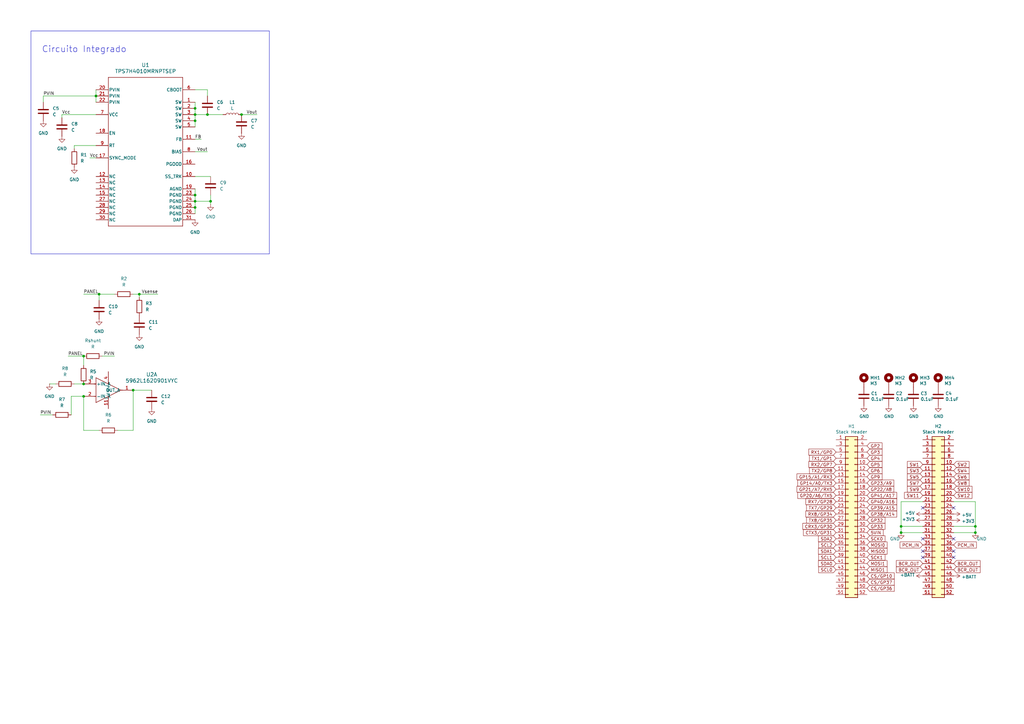
<source format=kicad_sch>
(kicad_sch (version 20250114) (generator "eeschema") (generator_version "9.0")
  (paper "A3")
  (lib_symbols
    (symbol "5962L1620901VYC:5962L1620901VYC" (pin_names (offset 0.254))
      (property "Reference" "U" (at 0 2.54 0))
      (property "Value" "5962L1620901VYC" (at 0 0 0))
      (symbol "5962L1620901VYC_1_1"
        (polyline (pts (xy 5.08 2.54) (xy 15.24 -2.54)) (stroke (width 0.2032)))
        (polyline (pts (xy 5.08 0) (xy 4.318 0)) (stroke (width 0.2032)))
        (polyline (pts (xy 5.08 -5.08) (xy 4.318 -5.08)) (stroke (width 0.2032)))
        (polyline (pts (xy 5.08 -7.62) (xy 5.08 2.54)) (stroke (width 0.2032)))
        (polyline (pts (xy 5.08 -7.62) (xy 15.24 -2.54)) (stroke (width 0.2032)))
        (polyline (pts (xy 10.16 0) (xy 10.16 0.762)) (stroke (width 0.2032)))
        (polyline (pts (xy 10.16 -5.08) (xy 10.16 -5.842)) (stroke (width 0.2032)))
        (polyline (pts (xy 15.24 -2.54) (xy 16.002 -2.54)) (stroke (width 0.2032)))
        (pin tri_state line (at 0 0 0) (length 5.08) (name "+IN_A") (number "3"))
        (pin tri_state line (at 0 -5.08 0) (length 5.08) (name "-IN_A") (number "2"))
        (pin power_in line (at 10.16 5.08 270) (length 5.08) (name "V+") (number "4"))
        (pin power_in line (at 10.16 -10.16 90) (length 5.08) (name "V-") (number "11"))
        (pin unspecified line (at 20.32 -2.54 180) (length 5.08) (name "OUT_A") (number "1"))
      )
      (symbol "5962L1620901VYC_2_1"
        (polyline (pts (xy 5.08 2.54) (xy 12.7 -2.54)) (stroke (width 0.2032)))
        (polyline (pts (xy 5.08 0) (xy 4.318 0)) (stroke (width 0.2032)))
        (polyline (pts (xy 5.08 -5.08) (xy 4.318 -5.08)) (stroke (width 0.2032)))
        (polyline (pts (xy 5.08 -7.62) (xy 5.08 2.54)) (stroke (width 0.2032)))
        (polyline (pts (xy 5.08 -7.62) (xy 12.7 -2.54)) (stroke (width 0.2032)))
        (polyline (pts (xy 12.7 -2.54) (xy 13.462 -2.54)) (stroke (width 0.2032)))
        (pin tri_state line (at 0 0 0) (length 5.08) (name "+IN_B") (number "5"))
        (pin tri_state line (at 0 -5.08 0) (length 5.08) (name "-IN_B") (number "6"))
        (pin unspecified line (at 17.78 -2.54 180) (length 5.08) (name "OUT_B") (number "7"))
      )
      (symbol "5962L1620901VYC_3_1"
        (polyline (pts (xy 5.08 2.54) (xy 12.7 -2.54)) (stroke (width 0.2032)))
        (polyline (pts (xy 5.08 0) (xy 4.318 0)) (stroke (width 0.2032)))
        (polyline (pts (xy 5.08 -5.08) (xy 4.318 -5.08)) (stroke (width 0.2032)))
        (polyline (pts (xy 5.08 -7.62) (xy 5.08 2.54)) (stroke (width 0.2032)))
        (polyline (pts (xy 5.08 -7.62) (xy 12.7 -2.54)) (stroke (width 0.2032)))
        (polyline (pts (xy 12.7 -2.54) (xy 13.462 -2.54)) (stroke (width 0.2032)))
        (pin tri_state line (at 0 0 0) (length 5.08) (name "+IN_C") (number "10"))
        (pin tri_state line (at 0 -5.08 0) (length 5.08) (name "-IN_C") (number "9"))
        (pin unspecified line (at 17.78 -2.54 180) (length 5.08) (name "OUT_C") (number "8"))
      )
      (symbol "5962L1620901VYC_4_1"
        (polyline (pts (xy 5.08 2.54) (xy 12.7 -2.54)) (stroke (width 0.2032)))
        (polyline (pts (xy 5.08 0) (xy 4.318 0)) (stroke (width 0.2032)))
        (polyline (pts (xy 5.08 -5.08) (xy 4.318 -5.08)) (stroke (width 0.2032)))
        (polyline (pts (xy 5.08 -7.62) (xy 5.08 2.54)) (stroke (width 0.2032)))
        (polyline (pts (xy 5.08 -7.62) (xy 12.7 -2.54)) (stroke (width 0.2032)))
        (polyline (pts (xy 12.7 -2.54) (xy 13.462 -2.54)) (stroke (width 0.2032)))
        (pin tri_state line (at 0 0 0) (length 5.08) (name "+IN_D") (number "12"))
        (pin tri_state line (at 0 -5.08 0) (length 5.08) (name "-IN_D") (number "13"))
        (pin unspecified line (at 17.78 -2.54 180) (length 5.08) (name "OUT_D") (number "14"))
      )
    )
    (symbol "Connector_Generic:Conn_02x26_Odd_Even" (pin_names (offset 1.016) (hide yes))
      (property "Reference" "J" (at 1.27 33.02 0))
      (property "Value" "Conn_02x26_Odd_Even" (at 1.27 -35.56 0))
      (symbol "Conn_02x26_Odd_Even_1_1"
        (rectangle (start -1.27 31.75) (end 3.81 -34.29) (stroke (width 0.254)) (fill (type background)))
        (rectangle (start -1.27 30.607) (end 0 30.353) (stroke (width 0.1524)))
        (rectangle (start -1.27 28.067) (end 0 27.813) (stroke (width 0.1524)))
        (rectangle (start -1.27 25.527) (end 0 25.273) (stroke (width 0.1524)))
        (rectangle (start -1.27 22.987) (end 0 22.733) (stroke (width 0.1524)))
        (rectangle (start -1.27 20.447) (end 0 20.193) (stroke (width 0.1524)))
        (rectangle (start -1.27 17.907) (end 0 17.653) (stroke (width 0.1524)))
        (rectangle (start -1.27 15.367) (end 0 15.113) (stroke (width 0.1524)))
        (rectangle (start -1.27 12.827) (end 0 12.573) (stroke (width 0.1524)))
        (rectangle (start -1.27 10.287) (end 0 10.033) (stroke (width 0.1524)))
        (rectangle (start -1.27 7.747) (end 0 7.493) (stroke (width 0.1524)))
        (rectangle (start -1.27 5.207) (end 0 4.953) (stroke (width 0.1524)))
        (rectangle (start -1.27 2.667) (end 0 2.413) (stroke (width 0.1524)))
        (rectangle (start -1.27 0.127) (end 0 -0.127) (stroke (width 0.1524)))
        (rectangle (start -1.27 -2.413) (end 0 -2.667) (stroke (width 0.1524)))
        (rectangle (start -1.27 -4.953) (end 0 -5.207) (stroke (width 0.1524)))
        (rectangle (start -1.27 -7.493) (end 0 -7.747) (stroke (width 0.1524)))
        (rectangle (start -1.27 -10.033) (end 0 -10.287) (stroke (width 0.1524)))
        (rectangle (start -1.27 -12.573) (end 0 -12.827) (stroke (width 0.1524)))
        (rectangle (start -1.27 -15.113) (end 0 -15.367) (stroke (width 0.1524)))
        (rectangle (start -1.27 -17.653) (end 0 -17.907) (stroke (width 0.1524)))
        (rectangle (start -1.27 -20.193) (end 0 -20.447) (stroke (width 0.1524)))
        (rectangle (start -1.27 -22.733) (end 0 -22.987) (stroke (width 0.1524)))
        (rectangle (start -1.27 -25.273) (end 0 -25.527) (stroke (width 0.1524)))
        (rectangle (start -1.27 -27.813) (end 0 -28.067) (stroke (width 0.1524)))
        (rectangle (start -1.27 -30.353) (end 0 -30.607) (stroke (width 0.1524)))
        (rectangle (start -1.27 -32.893) (end 0 -33.147) (stroke (width 0.1524)))
        (rectangle (start 3.81 30.607) (end 2.54 30.353) (stroke (width 0.1524)))
        (rectangle (start 3.81 28.067) (end 2.54 27.813) (stroke (width 0.1524)))
        (rectangle (start 3.81 25.527) (end 2.54 25.273) (stroke (width 0.1524)))
        (rectangle (start 3.81 22.987) (end 2.54 22.733) (stroke (width 0.1524)))
        (rectangle (start 3.81 20.447) (end 2.54 20.193) (stroke (width 0.1524)))
        (rectangle (start 3.81 17.907) (end 2.54 17.653) (stroke (width 0.1524)))
        (rectangle (start 3.81 15.367) (end 2.54 15.113) (stroke (width 0.1524)))
        (rectangle (start 3.81 12.827) (end 2.54 12.573) (stroke (width 0.1524)))
        (rectangle (start 3.81 10.287) (end 2.54 10.033) (stroke (width 0.1524)))
        (rectangle (start 3.81 7.747) (end 2.54 7.493) (stroke (width 0.1524)))
        (rectangle (start 3.81 5.207) (end 2.54 4.953) (stroke (width 0.1524)))
        (rectangle (start 3.81 2.667) (end 2.54 2.413) (stroke (width 0.1524)))
        (rectangle (start 3.81 0.127) (end 2.54 -0.127) (stroke (width 0.1524)))
        (rectangle (start 3.81 -2.413) (end 2.54 -2.667) (stroke (width 0.1524)))
        (rectangle (start 3.81 -4.953) (end 2.54 -5.207) (stroke (width 0.1524)))
        (rectangle (start 3.81 -7.493) (end 2.54 -7.747) (stroke (width 0.1524)))
        (rectangle (start 3.81 -10.033) (end 2.54 -10.287) (stroke (width 0.1524)))
        (rectangle (start 3.81 -12.573) (end 2.54 -12.827) (stroke (width 0.1524)))
        (rectangle (start 3.81 -15.113) (end 2.54 -15.367) (stroke (width 0.1524)))
        (rectangle (start 3.81 -17.653) (end 2.54 -17.907) (stroke (width 0.1524)))
        (rectangle (start 3.81 -20.193) (end 2.54 -20.447) (stroke (width 0.1524)))
        (rectangle (start 3.81 -22.733) (end 2.54 -22.987) (stroke (width 0.1524)))
        (rectangle (start 3.81 -25.273) (end 2.54 -25.527) (stroke (width 0.1524)))
        (rectangle (start 3.81 -27.813) (end 2.54 -28.067) (stroke (width 0.1524)))
        (rectangle (start 3.81 -30.353) (end 2.54 -30.607) (stroke (width 0.1524)))
        (rectangle (start 3.81 -32.893) (end 2.54 -33.147) (stroke (width 0.1524)))
        (pin passive line (at -5.08 30.48 0) (length 3.81) (name "Pin_1") (number "1"))
        (pin passive line (at -5.08 27.94 0) (length 3.81) (name "Pin_3") (number "3"))
        (pin passive line (at -5.08 25.4 0) (length 3.81) (name "Pin_5") (number "5"))
        (pin passive line (at -5.08 22.86 0) (length 3.81) (name "Pin_7") (number "7"))
        (pin passive line (at -5.08 20.32 0) (length 3.81) (name "Pin_9") (number "9"))
        (pin passive line (at -5.08 17.78 0) (length 3.81) (name "Pin_11") (number "11"))
        (pin passive line (at -5.08 15.24 0) (length 3.81) (name "Pin_13") (number "13"))
        (pin passive line (at -5.08 12.7 0) (length 3.81) (name "Pin_15") (number "15"))
        (pin passive line (at -5.08 10.16 0) (length 3.81) (name "Pin_17") (number "17"))
        (pin passive line (at -5.08 7.62 0) (length 3.81) (name "Pin_19") (number "19"))
        (pin passive line (at -5.08 5.08 0) (length 3.81) (name "Pin_21") (number "21"))
        (pin passive line (at -5.08 2.54 0) (length 3.81) (name "Pin_23") (number "23"))
        (pin passive line (at -5.08 0 0) (length 3.81) (name "Pin_25") (number "25"))
        (pin passive line (at -5.08 -2.54 0) (length 3.81) (name "Pin_27") (number "27"))
        (pin passive line (at -5.08 -5.08 0) (length 3.81) (name "Pin_29") (number "29"))
        (pin passive line (at -5.08 -7.62 0) (length 3.81) (name "Pin_31") (number "31"))
        (pin passive line (at -5.08 -10.16 0) (length 3.81) (name "Pin_33") (number "33"))
        (pin passive line (at -5.08 -12.7 0) (length 3.81) (name "Pin_35") (number "35"))
        (pin passive line (at -5.08 -15.24 0) (length 3.81) (name "Pin_37") (number "37"))
        (pin passive line (at -5.08 -17.78 0) (length 3.81) (name "Pin_39") (number "39"))
        (pin passive line (at -5.08 -20.32 0) (length 3.81) (name "Pin_41") (number "41"))
        (pin passive line (at -5.08 -22.86 0) (length 3.81) (name "Pin_43") (number "43"))
        (pin passive line (at -5.08 -25.4 0) (length 3.81) (name "Pin_45") (number "45"))
        (pin passive line (at -5.08 -27.94 0) (length 3.81) (name "Pin_47") (number "47"))
        (pin passive line (at -5.08 -30.48 0) (length 3.81) (name "Pin_49") (number "49"))
        (pin passive line (at -5.08 -33.02 0) (length 3.81) (name "Pin_51") (number "51"))
        (pin passive line (at 7.62 30.48 180) (length 3.81) (name "Pin_2") (number "2"))
        (pin passive line (at 7.62 27.94 180) (length 3.81) (name "Pin_4") (number "4"))
        (pin passive line (at 7.62 25.4 180) (length 3.81) (name "Pin_6") (number "6"))
        (pin passive line (at 7.62 22.86 180) (length 3.81) (name "Pin_8") (number "8"))
        (pin passive line (at 7.62 20.32 180) (length 3.81) (name "Pin_10") (number "10"))
        (pin passive line (at 7.62 17.78 180) (length 3.81) (name "Pin_12") (number "12"))
        (pin passive line (at 7.62 15.24 180) (length 3.81) (name "Pin_14") (number "14"))
        (pin passive line (at 7.62 12.7 180) (length 3.81) (name "Pin_16") (number "16"))
        (pin passive line (at 7.62 10.16 180) (length 3.81) (name "Pin_18") (number "18"))
        (pin passive line (at 7.62 7.62 180) (length 3.81) (name "Pin_20") (number "20"))
        (pin passive line (at 7.62 5.08 180) (length 3.81) (name "Pin_22") (number "22"))
        (pin passive line (at 7.62 2.54 180) (length 3.81) (name "Pin_24") (number "24"))
        (pin passive line (at 7.62 0 180) (length 3.81) (name "Pin_26") (number "26"))
        (pin passive line (at 7.62 -2.54 180) (length 3.81) (name "Pin_28") (number "28"))
        (pin passive line (at 7.62 -5.08 180) (length 3.81) (name "Pin_30") (number "30"))
        (pin passive line (at 7.62 -7.62 180) (length 3.81) (name "Pin_32") (number "32"))
        (pin passive line (at 7.62 -10.16 180) (length 3.81) (name "Pin_34") (number "34"))
        (pin passive line (at 7.62 -12.7 180) (length 3.81) (name "Pin_36") (number "36"))
        (pin passive line (at 7.62 -15.24 180) (length 3.81) (name "Pin_38") (number "38"))
        (pin passive line (at 7.62 -17.78 180) (length 3.81) (name "Pin_40") (number "40"))
        (pin passive line (at 7.62 -20.32 180) (length 3.81) (name "Pin_42") (number "42"))
        (pin passive line (at 7.62 -22.86 180) (length 3.81) (name "Pin_44") (number "44"))
        (pin passive line (at 7.62 -25.4 180) (length 3.81) (name "Pin_46") (number "46"))
        (pin passive line (at 7.62 -27.94 180) (length 3.81) (name "Pin_48") (number "48"))
        (pin passive line (at 7.62 -30.48 180) (length 3.81) (name "Pin_50") (number "50"))
        (pin passive line (at 7.62 -33.02 180) (length 3.81) (name "Pin_52") (number "52"))
      )
    )
    (symbol "Device:C" (pin_numbers (hide yes)) (pin_names (offset 0.254))
      (property "Reference" "C" (at 0.635 2.54 0))
      (property "Value" "C" (at 0.635 -2.54 0))
      (symbol "C_0_1"
        (polyline (pts (xy -2.032 0.762) (xy 2.032 0.762)) (stroke (width 0.508)))
        (polyline (pts (xy -2.032 -0.762) (xy 2.032 -0.762)) (stroke (width 0.508)))
      )
      (symbol "C_1_1"
        (pin passive line (at 0 3.81 270) (length 2.794) (name "~") (number "1"))
        (pin passive line (at 0 -3.81 90) (length 2.794) (name "~") (number "2"))
      )
    )
    (symbol "Device:L" (pin_numbers (hide yes)) (pin_names (offset 1.016) (hide yes))
      (property "Reference" "L" (at -1.27 0 90))
      (property "Value" "L" (at 1.905 0 90))
      (symbol "L_0_1"
        (arc (start 0 2.54) (mid 0.6323 1.905) (end 0 1.27))
        (arc (start 0 1.27) (mid 0.6323 0.635) (end 0 0))
        (arc (start 0 0) (mid 0.6323 -0.635) (end 0 -1.27))
        (arc (start 0 -1.27) (mid 0.6323 -1.905) (end 0 -2.54))
      )
      (symbol "L_1_1"
        (pin passive line (at 0 3.81 270) (length 1.27) (name "1") (number "1"))
        (pin passive line (at 0 -3.81 90) (length 1.27) (name "2") (number "2"))
      )
    )
    (symbol "Device:R" (pin_numbers (hide yes)) (pin_names (offset 0))
      (property "Reference" "R" (at 2.032 0 90))
      (property "Value" "R" (at 0 0 90))
      (symbol "R_0_1"
        (rectangle (start -1.016 -2.54) (end 1.016 2.54) (stroke (width 0.254)))
      )
      (symbol "R_1_1"
        (pin passive line (at 0 3.81 270) (length 1.27) (name "~") (number "1"))
        (pin passive line (at 0 -3.81 90) (length 1.27) (name "~") (number "2"))
      )
    )
    (symbol "GND_1" (power) (pin_numbers (hide yes)) (pin_names (offset 0) (hide yes))
      (property "Value" "GND" (at 0 -3.81 0))
      (symbol "GND_1_0_1"
        (polyline (pts (xy 0 0) (xy 0 -1.27) (xy 1.27 -1.27) (xy 0 -2.54) (xy -1.27 -1.27) (xy 0 -1.27)))
      )
      (symbol "GND_1_1_1"
        (pin power_in line (at 0 0 270) (length 0) (name "~") (number "1"))
      )
    )
    (symbol "GND_2" (power) (pin_numbers (hide yes)) (pin_names (offset 0) (hide yes))
      (property "Value" "GND" (at 0 -3.81 0))
      (symbol "GND_2_0_1"
        (polyline (pts (xy 0 0) (xy 0 -1.27) (xy 1.27 -1.27) (xy 0 -2.54) (xy -1.27 -1.27) (xy 0 -1.27)))
      )
      (symbol "GND_2_1_1"
        (pin power_in line (at 0 0 270) (length 0) (name "~") (number "1"))
      )
    )
    (symbol "GND_3" (power) (pin_numbers (hide yes)) (pin_names (offset 0) (hide yes))
      (property "Value" "GND" (at 0 -3.81 0))
      (symbol "GND_3_0_1"
        (polyline (pts (xy 0 0) (xy 0 -1.27) (xy 1.27 -1.27) (xy 0 -2.54) (xy -1.27 -1.27) (xy 0 -1.27)))
      )
      (symbol "GND_3_1_1"
        (pin power_in line (at 0 0 270) (length 0) (name "~") (number "1"))
      )
    )
    (symbol "GND_4" (power) (pin_numbers (hide yes)) (pin_names (offset 0) (hide yes))
      (property "Value" "GND" (at 0 -3.81 0))
      (symbol "GND_4_0_1"
        (polyline (pts (xy 0 0) (xy 0 -1.27) (xy 1.27 -1.27) (xy 0 -2.54) (xy -1.27 -1.27) (xy 0 -1.27)))
      )
      (symbol "GND_4_1_1"
        (pin power_in line (at 0 0 270) (length 0) (name "~") (number "1"))
      )
    )
    (symbol "GND_5" (power) (pin_numbers (hide yes)) (pin_names (offset 0) (hide yes))
      (property "Value" "GND" (at 0 -3.81 0))
      (symbol "GND_5_0_1"
        (polyline (pts (xy 0 0) (xy 0 -1.27) (xy 1.27 -1.27) (xy 0 -2.54) (xy -1.27 -1.27) (xy 0 -1.27)))
      )
      (symbol "GND_5_1_1"
        (pin power_in line (at 0 0 270) (length 0) (name "~") (number "1"))
      )
    )
    (symbol "GND_6" (power) (pin_numbers (hide yes)) (pin_names (offset 0) (hide yes))
      (property "Value" "GND" (at 0 -3.81 0))
      (symbol "GND_6_0_1"
        (polyline (pts (xy 0 0) (xy 0 -1.27) (xy 1.27 -1.27) (xy 0 -2.54) (xy -1.27 -1.27) (xy 0 -1.27)))
      )
      (symbol "GND_6_1_1"
        (pin power_in line (at 0 0 270) (length 0) (name "~") (number "1"))
      )
    )
    (symbol "GND_7" (power) (pin_numbers (hide yes)) (pin_names (offset 0) (hide yes))
      (property "Value" "GND" (at 0 -3.81 0))
      (symbol "GND_7_0_1"
        (polyline (pts (xy 0 0) (xy 0 -1.27) (xy 1.27 -1.27) (xy 0 -2.54) (xy -1.27 -1.27) (xy 0 -1.27)))
      )
      (symbol "GND_7_1_1"
        (pin power_in line (at 0 0 270) (length 0) (name "~") (number "1"))
      )
    )
    (symbol "GND_8" (power) (pin_numbers (hide yes)) (pin_names (offset 0) (hide yes))
      (property "Value" "GND" (at 0 -3.81 0))
      (symbol "GND_8_0_1"
        (polyline (pts (xy 0 0) (xy 0 -1.27) (xy 1.27 -1.27) (xy 0 -2.54) (xy -1.27 -1.27) (xy 0 -1.27)))
      )
      (symbol "GND_8_1_1"
        (pin power_in line (at 0 0 270) (length 0) (name "~") (number "1"))
      )
    )
    (symbol "GND_9" (power) (pin_numbers (hide yes)) (pin_names (offset 0) (hide yes))
      (property "Value" "GND" (at 0 -3.81 0))
      (symbol "GND_9_0_1"
        (polyline (pts (xy 0 0) (xy 0 -1.27) (xy 1.27 -1.27) (xy 0 -2.54) (xy -1.27 -1.27) (xy 0 -1.27)))
      )
      (symbol "GND_9_1_1"
        (pin power_in line (at 0 0 270) (length 0) (name "~") (number "1"))
      )
    )
    (symbol "Mechanical:MountingHole_Pad" (pin_numbers (hide yes)) (pin_names (offset 1.016) (hide yes))
      (property "Reference" "H" (at 0 6.35 0))
      (property "Value" "MountingHole_Pad" (at 0 4.445 0))
      (symbol "MountingHole_Pad_0_1"
        (circle (center 0 1.27) (radius 1.27) (stroke (width 1.27)))
      )
      (symbol "MountingHole_Pad_1_1"
        (pin input line (at 0 -2.54 90) (length 2.54) (name "1") (number "1"))
      )
    )
    (symbol "TPS7H4010MRNPTSEP:TPS7H4010MRNPTSEP" (pin_names (offset 0.254))
      (property "Reference" "U" (at 0 2.54 0))
      (property "Value" "TPS7H4010MRNPTSEP" (at 0 0 0))
      (symbol "TPS7H4010MRNPTSEP_0_1"
        (polyline (pts (xy 5.08 5.08) (xy 5.08 -55.88)) (stroke (width 0.2032)))
        (polyline (pts (xy 5.08 -55.88) (xy 35.56 -55.88)) (stroke (width 0.2032)))
        (polyline (pts (xy 35.56 5.08) (xy 5.08 5.08)) (stroke (width 0.2032)))
        (polyline (pts (xy 35.56 -55.88) (xy 35.56 5.08)) (stroke (width 0.2032)))
        (pin power_in line (at 0 0 0) (length 5.08) (name "PVIN") (number "20"))
        (pin power_in line (at 0 -2.54 0) (length 5.08) (name "PVIN") (number "21"))
        (pin power_in line (at 0 -5.08 0) (length 5.08) (name "PVIN") (number "22"))
        (pin power_in line (at 0 -10.16 0) (length 5.08) (name "VCC") (number "7"))
        (pin input line (at 0 -17.78 0) (length 5.08) (name "EN") (number "18"))
        (pin unspecified line (at 0 -22.86 0) (length 5.08) (name "RT") (number "9"))
        (pin input line (at 0 -27.94 0) (length 5.08) (name "SYNC_MODE") (number "17"))
        (pin unspecified line (at 0 -35.56 0) (length 5.08) (name "NC") (number "12"))
        (pin unspecified line (at 0 -38.1 0) (length 5.08) (name "NC") (number "13"))
        (pin unspecified line (at 0 -40.64 0) (length 5.08) (name "NC") (number "14"))
        (pin unspecified line (at 0 -43.18 0) (length 5.08) (name "NC") (number "15"))
        (pin unspecified line (at 0 -45.72 0) (length 5.08) (name "NC") (number "27"))
        (pin unspecified line (at 0 -48.26 0) (length 5.08) (name "NC") (number "28"))
        (pin unspecified line (at 0 -50.8 0) (length 5.08) (name "NC") (number "29"))
        (pin unspecified line (at 0 -53.34 0) (length 5.08) (name "NC") (number "30"))
        (pin unspecified line (at 40.64 0 180) (length 5.08) (name "CBOOT") (number "6"))
        (pin unspecified line (at 40.64 -5.08 180) (length 5.08) (name "SW") (number "1"))
        (pin unspecified line (at 40.64 -7.62 180) (length 5.08) (name "SW") (number "2"))
        (pin unspecified line (at 40.64 -10.16 180) (length 5.08) (name "SW") (number "3"))
        (pin unspecified line (at 40.64 -12.7 180) (length 5.08) (name "SW") (number "4"))
        (pin unspecified line (at 40.64 -15.24 180) (length 5.08) (name "SW") (number "5"))
        (pin input line (at 40.64 -20.32 180) (length 5.08) (name "FB") (number "11"))
        (pin power_in line (at 40.64 -25.4 180) (length 5.08) (name "BIAS") (number "8"))
        (pin output line (at 40.64 -30.48 180) (length 5.08) (name "PGOOD") (number "16"))
        (pin unspecified line (at 40.64 -35.56 180) (length 5.08) (name "SS_TRK") (number "10"))
        (pin power_in line (at 40.64 -40.64 180) (length 5.08) (name "AGND") (number "19"))
        (pin power_in line (at 40.64 -43.18 180) (length 5.08) (name "PGND") (number "23"))
        (pin power_in line (at 40.64 -45.72 180) (length 5.08) (name "PGND") (number "24"))
        (pin power_in line (at 40.64 -48.26 180) (length 5.08) (name "PGND") (number "25"))
        (pin power_in line (at 40.64 -50.8 180) (length 5.08) (name "PGND") (number "26"))
        (pin power_in line (at 40.64 -53.34 180) (length 5.08) (name "DAP") (number "31"))
      )
    )
    (symbol "power:+3V3" (power) (pin_names (offset 0))
      (property "Value" "+3V3" (at 0 3.556 0))
      (symbol "+3V3_0_1"
        (polyline (pts (xy -0.762 1.27) (xy 0 2.54)))
        (polyline (pts (xy 0 2.54) (xy 0.762 1.27)))
        (polyline (pts (xy 0 0) (xy 0 2.54)))
      )
      (symbol "+3V3_1_1"
        (pin power_in line (at 0 0 90) (length 0) (hide yes) (name "+3V3") (number "1"))
      )
    )
    (symbol "power:+5V" (power) (pin_names (offset 0))
      (property "Value" "+5V" (at 0 3.556 0))
      (symbol "+5V_0_1"
        (polyline (pts (xy -0.762 1.27) (xy 0 2.54)))
        (polyline (pts (xy 0 2.54) (xy 0.762 1.27)))
        (polyline (pts (xy 0 0) (xy 0 2.54)))
      )
      (symbol "+5V_1_1"
        (pin power_in line (at 0 0 90) (length 0) (hide yes) (name "+5V") (number "1"))
      )
    )
    (symbol "power:+BATT" (power) (pin_names (offset 0))
      (property "Value" "+BATT" (at 0 3.556 0))
      (symbol "+BATT_0_1"
        (polyline (pts (xy -0.762 1.27) (xy 0 2.54)))
        (polyline (pts (xy 0 2.54) (xy 0.762 1.27)))
        (polyline (pts (xy 0 0) (xy 0 2.54)))
      )
      (symbol "+BATT_1_1"
        (pin power_in line (at 0 0 90) (length 0) (hide yes) (name "+BATT") (number "1"))
      )
    )
    (symbol "power:GND" (power) (pin_names (offset 0))
      (property "Value" "GND" (at 0 -3.81 0))
      (symbol "GND_0_1"
        (polyline (pts (xy 0 0) (xy 0 -1.27) (xy 1.27 -1.27) (xy 0 -2.54) (xy -1.27 -1.27) (xy 0 -1.27)))
      )
      (symbol "GND_1_1"
        (pin power_in line (at 0 0 270) (length 0) (hide yes) (name "GND") (number "1"))
      )
    )
  )
  (rectangle (start 12.7 12.7) (end 110.49 104.14))
  (text "Circuito Integrado" (at 34.544 20.32 0) (effects (font (size 2.54 2.54))))
  (junction (at 34.29 157.48))
  (junction (at 400.05 218.44))
  (junction (at 54.61 160.02))
  (junction (at 57.15 120.65))
  (junction (at 99.06 46.99))
  (junction (at 80.01 44.45))
  (junction (at 85.09 46.99))
  (junction (at 369.57 215.9))
  (junction (at 80.01 80.01))
  (junction (at 34.29 162.56))
  (junction (at 34.29 146.05))
  (junction (at 80.01 46.99))
  (junction (at 86.36 82.55))
  (junction (at 400.05 215.9))
  (junction (at 369.57 218.44))
  (junction (at 80.01 49.53))
  (junction (at 80.01 85.09))
  (junction (at 39.37 39.37))
  (junction (at 40.64 120.65))
  (junction (at 80.01 82.55))
  (no_connect (at 378.46 226.06))
  (no_connect (at 378.46 220.98))
  (no_connect (at 391.16 220.98))
  (no_connect (at 378.46 208.28))
  (no_connect (at 378.46 228.6))
  (no_connect (at 391.16 226.06))
  (no_connect (at 391.16 228.6))
  (no_connect (at 391.16 208.28))
  (wire (pts (xy 30.48 59.69) (xy 30.48 60.96)))
  (wire (pts (xy 80.01 82.55) (xy 80.01 85.09)))
  (wire (pts (xy 80.01 85.09) (xy 80.01 87.63)))
  (wire (pts (xy 39.37 59.69) (xy 30.48 59.69)))
  (wire (pts (xy 91.44 46.99) (xy 85.09 46.99)))
  (wire (pts (xy 40.64 120.65) (xy 46.99 120.65)))
  (wire (pts (xy 46.99 146.05) (xy 41.91 146.05)))
  (wire (pts (xy 82.55 57.15) (xy 80.01 57.15)))
  (wire (pts (xy 17.78 39.37) (xy 17.78 41.91)))
  (wire (pts (xy 369.57 205.74) (xy 369.57 215.9)))
  (wire (pts (xy 80.01 36.83) (xy 85.09 36.83)))
  (wire (pts (xy 29.21 170.18) (xy 29.21 162.56)))
  (wire (pts (xy 369.57 218.44) (xy 378.46 218.44)))
  (wire (pts (xy 80.01 72.39) (xy 86.36 72.39)))
  (wire (pts (xy 369.57 215.9) (xy 378.46 215.9)))
  (wire (pts (xy 80.01 46.99) (xy 85.09 46.99)))
  (wire (pts (xy 40.64 120.65) (xy 40.64 123.19)))
  (wire (pts (xy 36.83 64.77) (xy 39.37 64.77)))
  (wire (pts (xy 54.61 160.02) (xy 54.61 176.53)))
  (wire (pts (xy 20.32 157.48) (xy 22.86 157.48)))
  (wire (pts (xy 391.16 218.44) (xy 400.05 218.44)))
  (wire (pts (xy 34.29 146.05) (xy 34.29 149.86)))
  (wire (pts (xy 40.64 176.53) (xy 34.29 176.53)))
  (wire (pts (xy 400.05 205.74) (xy 400.05 215.9)))
  (wire (pts (xy 57.15 120.65) (xy 57.15 121.92)))
  (wire (pts (xy 400.05 205.74) (xy 391.16 205.74)))
  (wire (pts (xy 57.15 120.65) (xy 54.61 120.65)))
  (wire (pts (xy 400.05 215.9) (xy 400.05 218.44)))
  (wire (pts (xy 105.41 46.99) (xy 99.06 46.99)))
  (wire (pts (xy 64.77 120.65) (xy 57.15 120.65)))
  (wire (pts (xy 39.37 36.83) (xy 39.37 39.37)))
  (wire (pts (xy 80.01 80.01) (xy 80.01 82.55)))
  (wire (pts (xy 80.01 46.99) (xy 80.01 49.53)))
  (wire (pts (xy 85.09 62.23) (xy 80.01 62.23)))
  (wire (pts (xy 27.94 146.05) (xy 34.29 146.05)))
  (wire (pts (xy 34.29 120.65) (xy 40.64 120.65)))
  (wire (pts (xy 391.16 215.9) (xy 400.05 215.9)))
  (wire (pts (xy 80.01 41.91) (xy 80.01 44.45)))
  (wire (pts (xy 30.48 157.48) (xy 34.29 157.48)))
  (wire (pts (xy 80.01 49.53) (xy 80.01 52.07)))
  (wire (pts (xy 369.57 215.9) (xy 369.57 218.44)))
  (wire (pts (xy 86.36 82.55) (xy 86.36 83.82)))
  (wire (pts (xy 16.51 170.18) (xy 21.59 170.18)))
  (wire (pts (xy 25.4 46.99) (xy 25.4 48.26)))
  (wire (pts (xy 378.46 205.74) (xy 369.57 205.74)))
  (wire (pts (xy 85.09 36.83) (xy 85.09 39.37)))
  (wire (pts (xy 62.23 160.02) (xy 54.61 160.02)))
  (wire (pts (xy 39.37 39.37) (xy 17.78 39.37)))
  (wire (pts (xy 39.37 39.37) (xy 39.37 41.91)))
  (wire (pts (xy 39.37 46.99) (xy 25.4 46.99)))
  (wire (pts (xy 80.01 44.45) (xy 80.01 46.99)))
  (wire (pts (xy 80.01 77.47) (xy 80.01 80.01)))
  (wire (pts (xy 29.21 162.56) (xy 34.29 162.56)))
  (wire (pts (xy 86.36 80.01) (xy 86.36 82.55)))
  (wire (pts (xy 80.01 82.55) (xy 86.36 82.55)))
  (wire (pts (xy 54.61 176.53) (xy 48.26 176.53)))
  (wire (pts (xy 34.29 176.53) (xy 34.29 162.56)))
  (label "Vcc" (at 36.83 64.77 0))
  (label "Vsense" (at 64.77 120.65 180))
  (label "PANEL" (at 27.94 146.05 0))
  (label "Vout" (at 85.09 62.23 180))
  (label "Vcc" (at 25.4 46.99 0))
  (label "PANEL" (at 34.29 120.65 0))
  (label "Vout" (at 105.41 46.99 180))
  (label "PVIN" (at 46.99 146.05 180))
  (label "FB" (at 82.55 57.15 180))
  (label "PVIN" (at 16.51 170.18 0))
  (label "PVIN" (at 17.78 39.37 0))
  (global_label "GP4" (shape input) (at 355.6 187.96 0) (property "Intersheetrefs" "${INTERSHEET_REFS}" (effects (hide yes))))
  (global_label "TX8{slash}GP35" (shape input) (at 342.9 213.36 180) (property "Intersheetrefs" "${INTERSHEET_REFS}" (effects (hide yes))))
  (global_label "CRX3{slash}GP30" (shape input) (at 342.9 215.9 180) (property "Intersheetrefs" "${INTERSHEET_REFS}" (effects (hide yes))))
  (global_label "SW3" (shape input) (at 378.46 193.04 180) (property "Intersheetrefs" "${INTERSHEET_REFS}" (effects (hide yes))))
  (global_label "SCK1" (shape input) (at 355.6 228.6 0) (property "Intersheetrefs" "${INTERSHEET_REFS}" (effects (hide yes))))
  (global_label "RX8{slash}GP34" (shape input) (at 342.9 210.82 180) (property "Intersheetrefs" "${INTERSHEET_REFS}" (effects (hide yes))))
  (global_label "TX1{slash}GP1" (shape input) (at 342.9 187.96 180) (property "Intersheetrefs" "${INTERSHEET_REFS}" (effects (hide yes))))
  (global_label "RX2{slash}GP7" (shape input) (at 342.9 190.5 180) (property "Intersheetrefs" "${INTERSHEET_REFS}" (effects (hide yes))))
  (global_label "SW11" (shape input) (at 378.46 203.2 180) (property "Intersheetrefs" "${INTERSHEET_REFS}" (effects (hide yes))))
  (global_label "GP2" (shape input) (at 355.6 182.88 0) (property "Intersheetrefs" "${INTERSHEET_REFS}" (effects (hide yes))))
  (global_label "SW5" (shape input) (at 378.46 195.58 180) (property "Intersheetrefs" "${INTERSHEET_REFS}" (effects (hide yes))))
  (global_label "BCR_OUT" (shape input) (at 391.16 231.14 0) (property "Intersheetrefs" "${INTERSHEET_REFS}" (effects (hide yes))))
  (global_label "GP38{slash}A14" (shape input) (at 355.6 210.82 0) (property "Intersheetrefs" "${INTERSHEET_REFS}" (effects (hide yes))))
  (global_label "5VIN" (shape input) (at 355.6 218.44 0) (property "Intersheetrefs" "${INTERSHEET_REFS}" (effects (hide yes))))
  (global_label "GP39{slash}A15" (shape input) (at 355.6 208.28 0) (property "Intersheetrefs" "${INTERSHEET_REFS}" (effects (hide yes))))
  (global_label "GP21{slash}A7{slash}RX5" (shape input) (at 342.9 200.66 180) (property "Intersheetrefs" "${INTERSHEET_REFS}" (effects (hide yes))))
  (global_label "SW8" (shape input) (at 391.16 198.12 0) (property "Intersheetrefs" "${INTERSHEET_REFS}" (effects (hide yes))))
  (global_label "SW1" (shape input) (at 378.46 190.5 180) (property "Intersheetrefs" "${INTERSHEET_REFS}" (effects (hide yes))))
  (global_label "GP20{slash}A6{slash}TX5" (shape input) (at 342.9 203.2 180) (property "Intersheetrefs" "${INTERSHEET_REFS}" (effects (hide yes))))
  (global_label "GP40{slash}A16" (shape input) (at 355.6 205.74 0) (property "Intersheetrefs" "${INTERSHEET_REFS}" (effects (hide yes))))
  (global_label "GP33" (shape input) (at 355.6 215.9 0) (property "Intersheetrefs" "${INTERSHEET_REFS}" (effects (hide yes))))
  (global_label "MISO1" (shape input) (at 355.6 233.68 0) (property "Intersheetrefs" "${INTERSHEET_REFS}" (effects (hide yes))))
  (global_label "GP15{slash}A1{slash}RX3" (shape input) (at 342.9 195.58 180) (property "Intersheetrefs" "${INTERSHEET_REFS}" (effects (hide yes))))
  (global_label "RX1{slash}GP0" (shape input) (at 342.9 185.42 180) (property "Intersheetrefs" "${INTERSHEET_REFS}" (effects (hide yes))))
  (global_label "SW10" (shape input) (at 391.16 200.66 0) (property "Intersheetrefs" "${INTERSHEET_REFS}" (effects (hide yes))))
  (global_label "SCK0" (shape input) (at 355.6 220.98 0) (property "Intersheetrefs" "${INTERSHEET_REFS}" (effects (hide yes))))
  (global_label "SCL0" (shape input) (at 342.9 233.68 180) (property "Intersheetrefs" "${INTERSHEET_REFS}" (effects (hide yes))))
  (global_label "BCR_OUT" (shape input) (at 391.16 233.68 0) (property "Intersheetrefs" "${INTERSHEET_REFS}" (effects (hide yes))))
  (global_label "SCL1" (shape input) (at 342.9 228.6 180) (property "Intersheetrefs" "${INTERSHEET_REFS}" (effects (hide yes))))
  (global_label "MOSI0" (shape input) (at 355.6 223.52 0) (property "Intersheetrefs" "${INTERSHEET_REFS}" (effects (hide yes))))
  (global_label "MOSI1" (shape input) (at 355.6 231.14 0) (property "Intersheetrefs" "${INTERSHEET_REFS}" (effects (hide yes))))
  (global_label "BCR_OUT" (shape input) (at 378.46 233.68 180) (property "Intersheetrefs" "${INTERSHEET_REFS}" (effects (hide yes))))
  (global_label "TX2{slash}GP8" (shape input) (at 342.9 193.04 180) (property "Intersheetrefs" "${INTERSHEET_REFS}" (effects (hide yes))))
  (global_label "SW6" (shape input) (at 391.16 195.58 0) (property "Intersheetrefs" "${INTERSHEET_REFS}" (effects (hide yes))))
  (global_label "GP9" (shape input) (at 355.6 195.58 0) (property "Intersheetrefs" "${INTERSHEET_REFS}" (effects (hide yes))))
  (global_label "TX7{slash}GP29" (shape input) (at 342.9 208.28 180) (property "Intersheetrefs" "${INTERSHEET_REFS}" (effects (hide yes))))
  (global_label "BCR_OUT" (shape input) (at 378.46 231.14 180) (property "Intersheetrefs" "${INTERSHEET_REFS}" (effects (hide yes))))
  (global_label "RX7{slash}GP28" (shape input) (at 342.9 205.74 180) (property "Intersheetrefs" "${INTERSHEET_REFS}" (effects (hide yes))))
  (global_label "SCL2" (shape input) (at 342.9 223.52 180) (property "Intersheetrefs" "${INTERSHEET_REFS}" (effects (hide yes))))
  (global_label "MISO0" (shape input) (at 355.6 226.06 0) (property "Intersheetrefs" "${INTERSHEET_REFS}" (effects (hide yes))))
  (global_label "CS{slash}GP36" (shape input) (at 355.6 241.3 0) (property "Intersheetrefs" "${INTERSHEET_REFS}" (effects (hide yes))))
  (global_label "GP23{slash}A9" (shape input) (at 355.6 198.12 0) (property "Intersheetrefs" "${INTERSHEET_REFS}" (effects (hide yes))))
  (global_label "GP3" (shape input) (at 355.6 185.42 0) (property "Intersheetrefs" "${INTERSHEET_REFS}" (effects (hide yes))))
  (global_label "GP6" (shape input) (at 355.6 193.04 0) (property "Intersheetrefs" "${INTERSHEET_REFS}" (effects (hide yes))))
  (global_label "CS{slash}GP37" (shape input) (at 355.6 238.76 0) (property "Intersheetrefs" "${INTERSHEET_REFS}" (effects (hide yes))))
  (global_label "GP14{slash}A0{slash}TX3" (shape input) (at 342.9 198.12 180) (property "Intersheetrefs" "${INTERSHEET_REFS}" (effects (hide yes))))
  (global_label "SW7" (shape input) (at 378.46 198.12 180) (property "Intersheetrefs" "${INTERSHEET_REFS}" (effects (hide yes))))
  (global_label "SW4" (shape input) (at 391.16 193.04 0) (property "Intersheetrefs" "${INTERSHEET_REFS}" (effects (hide yes))))
  (global_label "SW2" (shape input) (at 391.16 190.5 0) (property "Intersheetrefs" "${INTERSHEET_REFS}" (effects (hide yes))))
  (global_label "SDA0" (shape input) (at 342.9 231.14 180) (property "Intersheetrefs" "${INTERSHEET_REFS}" (effects (hide yes))))
  (global_label "GP5" (shape input) (at 355.6 190.5 0) (property "Intersheetrefs" "${INTERSHEET_REFS}" (effects (hide yes))))
  (global_label "GP22{slash}A8" (shape input) (at 355.6 200.66 0) (property "Intersheetrefs" "${INTERSHEET_REFS}" (effects (hide yes))))
  (global_label "SDA1" (shape input) (at 342.9 226.06 180) (property "Intersheetrefs" "${INTERSHEET_REFS}" (effects (hide yes))))
  (global_label "CTX3{slash}GP31" (shape input) (at 342.9 218.44 180) (property "Intersheetrefs" "${INTERSHEET_REFS}" (effects (hide yes))))
  (global_label "SW9" (shape input) (at 378.46 200.66 180) (property "Intersheetrefs" "${INTERSHEET_REFS}" (effects (hide yes))))
  (global_label "PCM_IN" (shape input) (at 391.16 223.52 0) (property "Intersheetrefs" "${INTERSHEET_REFS}" (effects (hide yes))))
  (global_label "SDA2" (shape input) (at 342.9 220.98 180) (property "Intersheetrefs" "${INTERSHEET_REFS}" (effects (hide yes))))
  (global_label "PCM_IN" (shape input) (at 378.46 223.52 180) (property "Intersheetrefs" "${INTERSHEET_REFS}" (effects (hide yes))))
  (global_label "GP41{slash}A17" (shape input) (at 355.6 203.2 0) (property "Intersheetrefs" "${INTERSHEET_REFS}" (effects (hide yes))))
  (global_label "GP32" (shape input) (at 355.6 213.36 0) (property "Intersheetrefs" "${INTERSHEET_REFS}" (effects (hide yes))))
  (global_label "CS{slash}GP10" (shape input) (at 355.6 236.22 0) (property "Intersheetrefs" "${INTERSHEET_REFS}" (effects (hide yes))))
  (global_label "SW12" (shape input) (at 391.16 203.2 0) (property "Intersheetrefs" "${INTERSHEET_REFS}" (effects (hide yes))))
  (symbol (lib_id "Connector_Generic:Conn_02x26_Odd_Even") (at 347.98 210.82 0) (unit 1)
    (property "Reference" "H1" (at 349.25 174.8282 0))
    (property "Value" "Stack Header" (at 349.25 177.1396 0))
    (property "Footprint" "Connector_PinHeader_2.54mm:PinHeader_2x26_P2.54mm_Vertical" (effects (hide yes)))
  )
  (symbol (lib_id "Connector_Generic:Conn_02x26_Odd_Even") (at 383.54 210.82 0) (unit 1)
    (property "Reference" "H2" (at 384.81 174.8282 0))
    (property "Value" "Stack Header" (at 384.81 177.1396 0))
    (property "Footprint" "Connector_PinHeader_2.54mm:PinHeader_2x26_P2.54mm_Vertical" (effects (hide yes)))
  )
  (symbol (lib_id "power:+5V") (at 378.46 210.82 90) (unit 1)
    (property "Reference" "#PWR0101" (effects (hide yes)))
    (property "Value" "+5V" (at 375.2088 210.439 90) (effects (justify left)))
  )
  (symbol (lib_id "power:+3V3") (at 378.46 213.36 90) (unit 1)
    (property "Reference" "#PWR0102" (effects (hide yes)))
    (property "Value" "+3V3" (at 375.2088 212.979 90) (effects (justify left)))
  )
  (symbol (lib_id "power:GND") (at 369.57 218.44 0) (unit 1)
    (property "Reference" "#PWR0103" (effects (hide yes)))
    (property "Value" "GND" (at 367.03 220.98 0))
  )
  (symbol (lib_id "power:GND") (at 400.05 218.44 0) (unit 1)
    (property "Reference" "#PWR0104" (effects (hide yes)))
    (property "Value" "GND" (at 402.59 220.98 0))
  )
  (symbol (lib_id "power:+BATT") (at 378.46 236.22 90) (unit 1)
    (property "Reference" "#PWR0105" (effects (hide yes)))
    (property "Value" "+BATT" (at 375.2342 235.839 90) (effects (justify left)))
  )
  (symbol (lib_id "power:+BATT") (at 391.16 236.22 270) (unit 1)
    (property "Reference" "#PWR0106" (effects (hide yes)))
    (property "Value" "+BATT" (at 394.3858 236.601 90) (effects (justify left)))
  )
  (symbol (lib_id "power:+5V") (at 391.16 210.82 270) (unit 1)
    (property "Reference" "#PWR0107" (effects (hide yes)))
    (property "Value" "+5V" (at 394.4112 211.201 90) (effects (justify left)))
  )
  (symbol (lib_id "power:+3V3") (at 391.16 213.36 270) (unit 1)
    (property "Reference" "#PWR0108" (effects (hide yes)))
    (property "Value" "+3V3" (at 394.4112 213.741 90) (effects (justify left)))
  )
  (symbol (lib_id "Mechanical:MountingHole_Pad") (at 364.49 156.21 0) (unit 1)
    (property "Reference" "MH2" (at 367.03 154.9654 0) (effects (justify left)))
    (property "Value" "M3" (at 367.03 157.2768 0) (effects (justify left)))
    (property "Footprint" "MountingHole:MountingHole_3.2mm_M3_Pad" (effects (hide yes)))
  )
  (symbol (lib_id "Mechanical:MountingHole_Pad") (at 384.81 156.21 0) (unit 1)
    (property "Reference" "MH4" (at 387.35 154.9654 0) (effects (justify left)))
    (property "Value" "M3" (at 387.35 157.2768 0) (effects (justify left)))
    (property "Footprint" "MountingHole:MountingHole_3.2mm_M3_Pad" (effects (hide yes)))
  )
  (symbol (lib_id "Mechanical:MountingHole_Pad") (at 354.33 156.21 0) (unit 1)
    (property "Reference" "MH1" (at 356.87 154.9654 0) (effects (justify left)))
    (property "Value" "M3" (at 356.87 157.2768 0) (effects (justify left)))
    (property "Footprint" "MountingHole:MountingHole_3.2mm_M3_Pad" (effects (hide yes)))
  )
  (symbol (lib_id "Mechanical:MountingHole_Pad") (at 374.65 156.21 0) (unit 1)
    (property "Reference" "MH3" (at 377.19 154.9654 0) (effects (justify left)))
    (property "Value" "M3" (at 377.19 157.2768 0) (effects (justify left)))
    (property "Footprint" "MountingHole:MountingHole_3.2mm_M3_Pad" (effects (hide yes)))
  )
  (symbol (lib_id "Device:C") (at 364.49 162.56 0) (unit 1)
    (property "Reference" "C2" (at 367.411 161.3916 0) (effects (justify left)))
    (property "Value" "0.1uF" (at 367.411 163.703 0) (effects (justify left)))
    (property "Footprint" "Capacitor_SMD:C_0805_2012Metric" (effects (hide yes)))
  )
  (symbol (lib_id "Device:C") (at 384.81 162.56 0) (unit 1)
    (property "Reference" "C4" (at 387.731 161.3916 0) (effects (justify left)))
    (property "Value" "0.1uF" (at 387.731 163.703 0) (effects (justify left)))
    (property "Footprint" "Capacitor_SMD:C_0805_2012Metric" (effects (hide yes)))
  )
  (symbol (lib_id "Device:C") (at 354.33 162.56 0) (unit 1)
    (property "Reference" "C1" (at 357.251 161.3916 0) (effects (justify left)))
    (property "Value" "0.1uF" (at 357.251 163.703 0) (effects (justify left)))
    (property "Footprint" "Capacitor_SMD:C_0805_2012Metric" (effects (hide yes)))
  )
  (symbol (lib_id "Device:C") (at 374.65 162.56 0) (unit 1)
    (property "Reference" "C3" (at 377.571 161.3916 0) (effects (justify left)))
    (property "Value" "0.1uF" (at 377.571 163.703 0) (effects (justify left)))
    (property "Footprint" "Capacitor_SMD:C_0805_2012Metric" (effects (hide yes)))
  )
  (symbol (lib_id "power:GND") (at 354.33 166.37 0) (unit 1)
    (property "Reference" "#PWR0109" (effects (hide yes)))
    (property "Value" "GND" (at 354.457 170.7642 0))
  )
  (symbol (lib_id "power:GND") (at 364.49 166.37 0) (unit 1)
    (property "Reference" "#PWR0110" (effects (hide yes)))
    (property "Value" "GND" (at 364.617 170.7642 0))
  )
  (symbol (lib_id "power:GND") (at 374.65 166.37 0) (unit 1)
    (property "Reference" "#PWR0111" (effects (hide yes)))
    (property "Value" "GND" (at 374.777 170.7642 0))
  )
  (symbol (lib_id "power:GND") (at 384.81 166.37 0) (unit 1)
    (property "Reference" "#PWR0112" (effects (hide yes)))
    (property "Value" "GND" (at 384.937 170.7642 0))
  )
  (symbol (lib_name "GND_8") (lib_id "power:GND") (at 20.32 157.48 0) (unit 1)
    (property "Reference" "#PWR09" (effects (hide yes)))
    (property "Value" "GND" (at 20.32 162.56 0))
    (property "Description" "Power symbol creates a global label with name \"GND\" , ground" (effects (hide yes)))
  )
  (symbol (lib_id "TPS7H4010MRNPTSEP:TPS7H4010MRNPTSEP") (at 39.37 36.83 0) (unit 1)
    (property "Reference" "U1" (at 59.69 26.67 0) (effects (font (size 1.524 1.524))))
    (property "Value" "TPS7H4010MRNPTSEP" (at 59.69 29.21 0) (effects (font (size 1.524 1.524))))
    (property "Footprint" "RNP0030A-MFG" (effects (hide yes)))
    (property "Datasheet" "https://www.ti.com/lit/gpn/tps7h4010-sep" (effects (hide yes)))
  )
  (symbol (lib_id "Device:R") (at 30.48 64.77 0) (unit 1)
    (property "Reference" "R1" (at 33.02 63.4999 0) (effects (justify left)))
    (property "Value" "R" (at 33.02 66.0399 0) (effects (justify left)))
    (property "Description" "Resistor" (effects (hide yes)))
  )
  (symbol (lib_id "Device:C") (at 57.15 133.35 0) (unit 1)
    (property "Reference" "C11" (at 60.96 132.0799 0) (effects (justify left)))
    (property "Value" "C" (at 60.96 134.6199 0) (effects (justify left)))
    (property "Description" "Unpolarized capacitor" (effects (hide yes)))
  )
  (symbol (lib_id "Device:R") (at 34.29 153.67 0) (unit 1)
    (property "Reference" "R5" (at 36.83 152.3999 0) (effects (justify left)))
    (property "Value" "R" (at 36.83 154.9399 0) (effects (justify left)))
    (property "Description" "Resistor" (effects (hide yes)))
  )
  (symbol (lib_name "GND_2") (lib_id "power:GND") (at 25.4 55.88 0) (unit 1)
    (property "Reference" "#PWR02" (effects (hide yes)))
    (property "Value" "GND" (at 25.4 60.96 0))
    (property "Description" "Power symbol creates a global label with name \"GND\" , ground" (effects (hide yes)))
  )
  (symbol (lib_id "Device:L") (at 95.25 46.99 90) (unit 1)
    (property "Reference" "L1" (at 95.25 41.91 90))
    (property "Value" "L" (at 95.25 44.45 90))
    (property "Description" "Inductor" (effects (hide yes)))
  )
  (symbol (lib_name "GND_3") (lib_id "power:GND") (at 80.01 90.17 0) (unit 1)
    (property "Reference" "#PWR06" (effects (hide yes)))
    (property "Value" "GND" (at 80.01 95.25 0))
    (property "Description" "Power symbol creates a global label with name \"GND\" , ground" (effects (hide yes)))
  )
  (symbol (lib_id "Device:C") (at 25.4 52.07 0) (unit 1)
    (property "Reference" "C8" (at 29.21 50.7999 0) (effects (justify left)))
    (property "Value" "C" (at 29.21 53.3399 0) (effects (justify left)))
    (property "Description" "Unpolarized capacitor" (effects (hide yes)))
  )
  (symbol (lib_id "Device:R") (at 26.67 157.48 90) (unit 1)
    (property "Reference" "R8" (at 26.67 151.13 90))
    (property "Value" "R" (at 26.67 153.67 90))
    (property "Description" "Resistor" (effects (hide yes)))
  )
  (symbol (lib_id "Device:C") (at 99.06 50.8 0) (unit 1)
    (property "Reference" "C7" (at 102.87 49.5299 0) (effects (justify left)))
    (property "Value" "C" (at 102.87 52.0699 0) (effects (justify left)))
    (property "Description" "Unpolarized capacitor" (effects (hide yes)))
  )
  (symbol (lib_id "Device:C") (at 17.78 45.72 0) (unit 1)
    (property "Reference" "C5" (at 21.59 44.4499 0) (effects (justify left)))
    (property "Value" "C" (at 21.59 46.9899 0) (effects (justify left)))
    (property "Description" "Unpolarized capacitor" (effects (hide yes)))
  )
  (symbol (lib_id "Device:R") (at 38.1 146.05 90) (unit 1)
    (property "Reference" "Rshunt" (at 38.1 139.7 90))
    (property "Value" "R" (at 38.1 142.24 90))
    (property "Description" "Resistor" (effects (hide yes)))
  )
  (symbol (lib_name "GND_9") (lib_id "power:GND") (at 62.23 167.64 0) (unit 1)
    (property "Reference" "#PWR010" (effects (hide yes)))
    (property "Value" "GND" (at 62.23 172.72 0))
    (property "Description" "Power symbol creates a global label with name \"GND\" , ground" (effects (hide yes)))
  )
  (symbol (lib_name "GND_5") (lib_id "power:GND") (at 30.48 68.58 0) (unit 1)
    (property "Reference" "#PWR05" (effects (hide yes)))
    (property "Value" "GND" (at 30.48 73.66 0))
    (property "Description" "Power symbol creates a global label with name \"GND\" , ground" (effects (hide yes)))
  )
  (symbol (lib_id "Device:C") (at 40.64 127 0) (unit 1)
    (property "Reference" "C10" (at 44.45 125.7299 0) (effects (justify left)))
    (property "Value" "C" (at 44.45 128.2699 0) (effects (justify left)))
    (property "Description" "Unpolarized capacitor" (effects (hide yes)))
  )
  (symbol (lib_name "GND_6") (lib_id "power:GND") (at 40.64 130.81 0) (unit 1)
    (property "Reference" "#PWR07" (effects (hide yes)))
    (property "Value" "GND" (at 40.64 135.89 0))
    (property "Description" "Power symbol creates a global label with name \"GND\" , ground" (effects (hide yes)))
  )
  (symbol (lib_id "Device:C") (at 86.36 76.2 0) (unit 1)
    (property "Reference" "C9" (at 90.17 74.9299 0) (effects (justify left)))
    (property "Value" "C" (at 90.17 77.4699 0) (effects (justify left)))
    (property "Description" "Unpolarized capacitor" (effects (hide yes)))
  )
  (symbol (lib_name "GND_1") (lib_id "power:GND") (at 17.78 49.53 0) (unit 1)
    (property "Reference" "#PWR01" (effects (hide yes)))
    (property "Value" "GND" (at 17.78 54.61 0))
    (property "Description" "Power symbol creates a global label with name \"GND\" , ground" (effects (hide yes)))
  )
  (symbol (lib_id "Device:R") (at 57.15 125.73 0) (unit 1)
    (property "Reference" "R3" (at 59.69 124.4599 0) (effects (justify left)))
    (property "Value" "R" (at 59.69 126.9999 0) (effects (justify left)))
    (property "Description" "Resistor" (effects (hide yes)))
  )
  (symbol (lib_name "GND_7") (lib_id "power:GND") (at 57.15 137.16 0) (unit 1)
    (property "Reference" "#PWR08" (effects (hide yes)))
    (property "Value" "GND" (at 57.15 142.24 0))
    (property "Description" "Power symbol creates a global label with name \"GND\" , ground" (effects (hide yes)))
  )
  (symbol (lib_id "Device:R") (at 44.45 176.53 90) (unit 1)
    (property "Reference" "R6" (at 44.45 170.18 90))
    (property "Value" "R" (at 44.45 172.72 90))
    (property "Description" "Resistor" (effects (hide yes)))
  )
  (symbol (lib_id "Device:R") (at 25.4 170.18 90) (unit 1)
    (property "Reference" "R7" (at 25.4 163.83 90))
    (property "Value" "R" (at 25.4 166.37 90))
    (property "Description" "Resistor" (effects (hide yes)))
  )
  (symbol (lib_name "GND_4") (lib_id "power:GND") (at 99.06 54.61 0) (unit 1)
    (property "Reference" "#PWR04" (effects (hide yes)))
    (property "Value" "GND" (at 99.06 59.69 0))
    (property "Description" "Power symbol creates a global label with name \"GND\" , ground" (effects (hide yes)))
  )
  (symbol (lib_id "Device:R") (at 50.8 120.65 90) (unit 1)
    (property "Reference" "R2" (at 50.8 114.3 90))
    (property "Value" "R" (at 50.8 116.84 90))
    (property "Description" "Resistor" (effects (hide yes)))
  )
  (symbol (lib_id "5962L1620901VYC:5962L1620901VYC") (at 34.29 157.48 0) (unit 1)
    (property "Reference" "U2" (at 62.23 153.5998 0) (effects (font (size 1.524 1.524))))
    (property "Value" "5962L1620901VYC" (at 62.23 156.1398 0) (effects (font (size 1.524 1.524))))
    (property "Footprint" "HFR0014A-IPC_A" (effects (hide yes)))
    (property "Datasheet" "https://www.ti.com/lit/gpn/opa4277-sp" (effects (hide yes)))
  )
  (symbol (lib_id "Device:C") (at 62.23 163.83 0) (unit 1)
    (property "Reference" "C12" (at 66.04 162.5599 0) (effects (justify left)))
    (property "Value" "C" (at 66.04 165.0999 0) (effects (justify left)))
    (property "Description" "Unpolarized capacitor" (effects (hide yes)))
  )
  (symbol (lib_id "Device:C") (at 85.09 43.18 0) (unit 1)
    (property "Reference" "C6" (at 88.9 41.9099 0) (effects (justify left)))
    (property "Value" "C" (at 88.9 44.4499 0) (effects (justify left)))
    (property "Description" "Unpolarized capacitor" (effects (hide yes)))
  )
  (symbol (lib_name "GND_3") (lib_id "power:GND") (at 86.36 83.82 0) (unit 1)
    (property "Reference" "#PWR03" (effects (hide yes)))
    (property "Value" "GND" (at 86.36 88.9 0))
    (property "Description" "Power symbol creates a global label with name \"GND\" , ground" (effects (hide yes)))
  )
)
</source>
